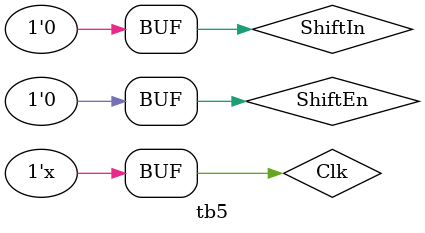
<source format=v>

module tb5();

reg Clk, ShiftIn, ShiftEn;     
    
    wire [3:0] ParallelOut;  
    wire ShiftOut;   


lAB6_1_5 tb(.Clk(Clk), .ShiftIn(ShiftIn), .ShiftEn(ShiftEn), .ShiftOut(ShiftOut), .ParallelOut(ParallelOut));



initial begin
        Clk = 0;
        end
        always #10 Clk = ~Clk;           
        
        
        
        initial begin
        ShiftEn = 0;
        #40 ShiftEn = 1;
        #40 ShiftEn = 0;
        #40 ShiftEn = 1;
        #40 ShiftEn = 0;
        #80 ShiftEn = 1;
        #40 ShiftEn = 0;
        #40 ShiftEn = 1;
        #40 ShiftEn = 0;
        end
        
   
        initial begin
        ShiftIn = 1;
        #200 ShiftIn = 0;
        end
        
    endmodule
</source>
